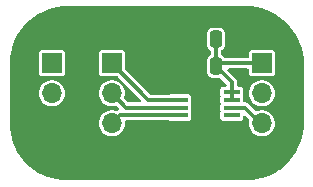
<source format=gbr>
%TF.GenerationSoftware,KiCad,Pcbnew,7.0.5*%
%TF.CreationDate,2024-01-10T20:01:03+02:00*%
%TF.ProjectId,Clock LTC6903,436c6f63-6b20-44c5-9443-363930332e6b,rev?*%
%TF.SameCoordinates,Original*%
%TF.FileFunction,Copper,L1,Top*%
%TF.FilePolarity,Positive*%
%FSLAX46Y46*%
G04 Gerber Fmt 4.6, Leading zero omitted, Abs format (unit mm)*
G04 Created by KiCad (PCBNEW 7.0.5) date 2024-01-10 20:01:03*
%MOMM*%
%LPD*%
G01*
G04 APERTURE LIST*
G04 Aperture macros list*
%AMRoundRect*
0 Rectangle with rounded corners*
0 $1 Rounding radius*
0 $2 $3 $4 $5 $6 $7 $8 $9 X,Y pos of 4 corners*
0 Add a 4 corners polygon primitive as box body*
4,1,4,$2,$3,$4,$5,$6,$7,$8,$9,$2,$3,0*
0 Add four circle primitives for the rounded corners*
1,1,$1+$1,$2,$3*
1,1,$1+$1,$4,$5*
1,1,$1+$1,$6,$7*
1,1,$1+$1,$8,$9*
0 Add four rect primitives between the rounded corners*
20,1,$1+$1,$2,$3,$4,$5,0*
20,1,$1+$1,$4,$5,$6,$7,0*
20,1,$1+$1,$6,$7,$8,$9,0*
20,1,$1+$1,$8,$9,$2,$3,0*%
G04 Aperture macros list end*
%TA.AperFunction,SMDPad,CuDef*%
%ADD10R,1.425000X0.450000*%
%TD*%
%TA.AperFunction,ComponentPad*%
%ADD11R,1.700000X1.700000*%
%TD*%
%TA.AperFunction,ComponentPad*%
%ADD12O,1.700000X1.700000*%
%TD*%
%TA.AperFunction,SMDPad,CuDef*%
%ADD13RoundRect,0.250000X0.250000X0.475000X-0.250000X0.475000X-0.250000X-0.475000X0.250000X-0.475000X0*%
%TD*%
%TA.AperFunction,Conductor*%
%ADD14C,0.380000*%
%TD*%
G04 APERTURE END LIST*
D10*
%TO.P,IC1,1,GND*%
%TO.N,/GND*%
X125116000Y-55794000D03*
%TO.P,IC1,2,SDI*%
%TO.N,/SDI*%
X125116000Y-56444000D03*
%TO.P,IC1,3,SCK*%
%TO.N,/SCK*%
X125116000Y-57094000D03*
%TO.P,IC1,4,~{SEN}*%
%TO.N,/~{SEN}*%
X125116000Y-57744000D03*
%TO.P,IC1,5,~{CLK}*%
%TO.N,unconnected-(IC1-~{CLK}-Pad5)*%
X129540000Y-57744000D03*
%TO.P,IC1,6,CLK*%
%TO.N,/CLK*%
X129540000Y-57094000D03*
%TO.P,IC1,7,OE*%
%TO.N,/3.3V*%
X129540000Y-56444000D03*
%TO.P,IC1,8,V+*%
X129540000Y-55794000D03*
%TD*%
D11*
%TO.P,J3,1,Pin_1*%
%TO.N,/SDI*%
X119380000Y-53340000D03*
D12*
%TO.P,J3,2,Pin_2*%
%TO.N,/SCK*%
X119380000Y-55880000D03*
%TO.P,J3,3,Pin_3*%
%TO.N,/~{SEN}*%
X119380000Y-58420000D03*
%TD*%
D13*
%TO.P,C2,1*%
%TO.N,/3.3V*%
X128188000Y-53594000D03*
%TO.P,C2,2*%
%TO.N,/GND*%
X126288000Y-53594000D03*
%TD*%
%TO.P,C1,1*%
%TO.N,/3.3V*%
X128188000Y-51308000D03*
%TO.P,C1,2*%
%TO.N,/GND*%
X126288000Y-51308000D03*
%TD*%
D11*
%TO.P,J1,1,Pin_1*%
%TO.N,/~{Reset}*%
X114300000Y-53340000D03*
D12*
%TO.P,J1,2,Pin_2*%
%TO.N,unconnected-(J1-Pin_2-Pad2)*%
X114300000Y-55880000D03*
%TO.P,J1,3,Pin_3*%
%TO.N,/GND*%
X114300000Y-58420000D03*
%TD*%
D11*
%TO.P,J2,1,Pin_1*%
%TO.N,/3.3V*%
X132080000Y-53340000D03*
D12*
%TO.P,J2,2,Pin_2*%
%TO.N,unconnected-(J2-Pin_2-Pad2)*%
X132080000Y-55880000D03*
%TO.P,J2,3,Pin_3*%
%TO.N,/CLK*%
X132080000Y-58420000D03*
%TD*%
D14*
%TO.N,/GND*%
X126288000Y-51308000D02*
X126288000Y-53594000D01*
X114300000Y-58420000D02*
X113060000Y-57180000D01*
X126288000Y-53594000D02*
X125116000Y-54766000D01*
X113060000Y-52167000D02*
X113919000Y-51308000D01*
X113060000Y-57180000D02*
X113060000Y-52167000D01*
X113919000Y-51308000D02*
X126288000Y-51308000D01*
X125116000Y-54766000D02*
X125116000Y-55794000D01*
%TO.N,/3.3V*%
X128442000Y-53340000D02*
X132080000Y-53340000D01*
X128188000Y-53594000D02*
X128188000Y-51308000D01*
X129540000Y-56444000D02*
X129540000Y-55794000D01*
X129540000Y-54946000D02*
X128188000Y-53594000D01*
X129540000Y-55794000D02*
X129540000Y-54946000D01*
%TO.N,/CLK*%
X130627000Y-57094000D02*
X131953000Y-58420000D01*
X129540000Y-57094000D02*
X130627000Y-57094000D01*
%TO.N,/SDI*%
X119380000Y-53340000D02*
X122484000Y-56444000D01*
X122484000Y-56444000D02*
X125116000Y-56444000D01*
%TO.N,/SCK*%
X125116000Y-57094000D02*
X120594000Y-57094000D01*
X120594000Y-57094000D02*
X119380000Y-55880000D01*
%TO.N,/~{SEN}*%
X120056000Y-57744000D02*
X119380000Y-58420000D01*
X125116000Y-57744000D02*
X120056000Y-57744000D01*
%TD*%
%TA.AperFunction,Conductor*%
%TO.N,/GND*%
G36*
X130811351Y-48510556D02*
G01*
X131228236Y-48528757D01*
X131233589Y-48529226D01*
X131645967Y-48583516D01*
X131651268Y-48584451D01*
X132057331Y-48674473D01*
X132062529Y-48675866D01*
X132459208Y-48800938D01*
X132464288Y-48802787D01*
X132485202Y-48811450D01*
X132848552Y-48961954D01*
X132853422Y-48964225D01*
X133222350Y-49156277D01*
X133227028Y-49158979D01*
X133577807Y-49382449D01*
X133582235Y-49385549D01*
X133912203Y-49638743D01*
X133916335Y-49642211D01*
X134079798Y-49791996D01*
X134222989Y-49923206D01*
X134226801Y-49927019D01*
X134395212Y-50110808D01*
X134507780Y-50233654D01*
X134511259Y-50237799D01*
X134764450Y-50567764D01*
X134767549Y-50572190D01*
X134991015Y-50922960D01*
X134993713Y-50927632D01*
X135185763Y-51296555D01*
X135188050Y-51301460D01*
X135347209Y-51685705D01*
X135349060Y-51690790D01*
X135474126Y-52087447D01*
X135475527Y-52092674D01*
X135565545Y-52498722D01*
X135566485Y-52504051D01*
X135620771Y-52916390D01*
X135621243Y-52921781D01*
X135639439Y-53338553D01*
X135639498Y-53341257D01*
X135639498Y-58418644D01*
X135639439Y-58421348D01*
X135621238Y-58838213D01*
X135620766Y-58843604D01*
X135566481Y-59255943D01*
X135565541Y-59261272D01*
X135475522Y-59667323D01*
X135474122Y-59672550D01*
X135349058Y-60069201D01*
X135347207Y-60074286D01*
X135188047Y-60458534D01*
X135185760Y-60463438D01*
X134993721Y-60832340D01*
X134991015Y-60837026D01*
X134767545Y-61187805D01*
X134764441Y-61192238D01*
X134511262Y-61522188D01*
X134507783Y-61526333D01*
X134226799Y-61832973D01*
X134222973Y-61836799D01*
X133916333Y-62117783D01*
X133912188Y-62121262D01*
X133582238Y-62374441D01*
X133577805Y-62377545D01*
X133227026Y-62601015D01*
X133222340Y-62603721D01*
X132853438Y-62795760D01*
X132848534Y-62798047D01*
X132464286Y-62957207D01*
X132459201Y-62959058D01*
X132062550Y-63084122D01*
X132057323Y-63085522D01*
X131651272Y-63175541D01*
X131645943Y-63176481D01*
X131233604Y-63230766D01*
X131228213Y-63231238D01*
X130811349Y-63249439D01*
X130808645Y-63249498D01*
X115571348Y-63249498D01*
X115568644Y-63249439D01*
X115151781Y-63231240D01*
X115146390Y-63230768D01*
X114734052Y-63176482D01*
X114728723Y-63175542D01*
X114322674Y-63085524D01*
X114317455Y-63084126D01*
X114060473Y-63003100D01*
X113920791Y-62959058D01*
X113915706Y-62957207D01*
X113694946Y-62865765D01*
X113531455Y-62798044D01*
X113526565Y-62795764D01*
X113157634Y-62603710D01*
X113152967Y-62601015D01*
X112802190Y-62377545D01*
X112797766Y-62374447D01*
X112763352Y-62348040D01*
X112467798Y-62121253D01*
X112463663Y-62117783D01*
X112157023Y-61836799D01*
X112153197Y-61832973D01*
X111872213Y-61526333D01*
X111868745Y-61522201D01*
X111615551Y-61192233D01*
X111612451Y-61187805D01*
X111388982Y-60837027D01*
X111386276Y-60832341D01*
X111194228Y-60463421D01*
X111191957Y-60458551D01*
X111032789Y-60074285D01*
X111030940Y-60069204D01*
X111030939Y-60069201D01*
X110905867Y-59672524D01*
X110904475Y-59667323D01*
X110814454Y-59261267D01*
X110813519Y-59255966D01*
X110759229Y-58843588D01*
X110758760Y-58838235D01*
X110740554Y-58421252D01*
X110740527Y-58420000D01*
X118274785Y-58420000D01*
X118293602Y-58623082D01*
X118349417Y-58819247D01*
X118349422Y-58819260D01*
X118440327Y-59001821D01*
X118563237Y-59164581D01*
X118713958Y-59301980D01*
X118713960Y-59301982D01*
X118813141Y-59363392D01*
X118887363Y-59409348D01*
X119077544Y-59483024D01*
X119278024Y-59520500D01*
X119278026Y-59520500D01*
X119481974Y-59520500D01*
X119481976Y-59520500D01*
X119682456Y-59483024D01*
X119872637Y-59409348D01*
X120046041Y-59301981D01*
X120196764Y-59164579D01*
X120319673Y-59001821D01*
X120410582Y-58819250D01*
X120466397Y-58623083D01*
X120485215Y-58420000D01*
X120475943Y-58319940D01*
X120489358Y-58251372D01*
X120537715Y-58200940D01*
X120599414Y-58184500D01*
X124237515Y-58184500D01*
X124294131Y-58201124D01*
X124294476Y-58200293D01*
X124302211Y-58203497D01*
X124304554Y-58204185D01*
X124305727Y-58204953D01*
X124305759Y-58204966D01*
X124378821Y-58219499D01*
X124378824Y-58219500D01*
X124378826Y-58219500D01*
X125853176Y-58219500D01*
X125853177Y-58219499D01*
X125926240Y-58204966D01*
X126009101Y-58149601D01*
X126064466Y-58066740D01*
X126079000Y-57993674D01*
X126079000Y-57494326D01*
X126068828Y-57443188D01*
X126068828Y-57394810D01*
X126079000Y-57343674D01*
X126079000Y-56844326D01*
X126079000Y-56844325D01*
X126079000Y-56844323D01*
X126078999Y-56844321D01*
X126068829Y-56793190D01*
X126068829Y-56744807D01*
X126079000Y-56693676D01*
X126079000Y-56194323D01*
X126078999Y-56194321D01*
X126064467Y-56121264D01*
X126064466Y-56121260D01*
X126038957Y-56083083D01*
X126009101Y-56038399D01*
X125933234Y-55987707D01*
X125926239Y-55983033D01*
X125926235Y-55983032D01*
X125853177Y-55968500D01*
X125853174Y-55968500D01*
X124378826Y-55968500D01*
X124378823Y-55968500D01*
X124305759Y-55983033D01*
X124294476Y-55987707D01*
X124293973Y-55986494D01*
X124239731Y-56003480D01*
X124237515Y-56003500D01*
X122717823Y-56003500D01*
X122650784Y-55983815D01*
X122630142Y-55967181D01*
X120779832Y-54116870D01*
X127437500Y-54116870D01*
X127437501Y-54116876D01*
X127443908Y-54176483D01*
X127494202Y-54311328D01*
X127494206Y-54311335D01*
X127580452Y-54426544D01*
X127580455Y-54426547D01*
X127695664Y-54512793D01*
X127695671Y-54512797D01*
X127740618Y-54529561D01*
X127830517Y-54563091D01*
X127890127Y-54569500D01*
X128485872Y-54569499D01*
X128489176Y-54569499D01*
X128556215Y-54589183D01*
X128576857Y-54605818D01*
X129063181Y-55092141D01*
X129096666Y-55153464D01*
X129099500Y-55179822D01*
X129099500Y-55194500D01*
X129079815Y-55261539D01*
X129027011Y-55307294D01*
X128975500Y-55318500D01*
X128802823Y-55318500D01*
X128729764Y-55333032D01*
X128729760Y-55333033D01*
X128646899Y-55388399D01*
X128591533Y-55471260D01*
X128591532Y-55471264D01*
X128577000Y-55544321D01*
X128577000Y-56043676D01*
X128587171Y-56094807D01*
X128587171Y-56143190D01*
X128577000Y-56194321D01*
X128577000Y-56693676D01*
X128587171Y-56744807D01*
X128587171Y-56793190D01*
X128577000Y-56844321D01*
X128577000Y-57343673D01*
X128587171Y-57394810D01*
X128587171Y-57443190D01*
X128577000Y-57494326D01*
X128577000Y-57993678D01*
X128591532Y-58066735D01*
X128591533Y-58066739D01*
X128591534Y-58066740D01*
X128646899Y-58149601D01*
X128699130Y-58184500D01*
X128729760Y-58204966D01*
X128729764Y-58204967D01*
X128802821Y-58219499D01*
X128802824Y-58219500D01*
X128802826Y-58219500D01*
X130277176Y-58219500D01*
X130277177Y-58219499D01*
X130350240Y-58204966D01*
X130433101Y-58149601D01*
X130488466Y-58066740D01*
X130503000Y-57993674D01*
X130503000Y-57892323D01*
X130522685Y-57825284D01*
X130575489Y-57779529D01*
X130644647Y-57769585D01*
X130708203Y-57798610D01*
X130714681Y-57804642D01*
X130971614Y-58061575D01*
X131005099Y-58122898D01*
X131003199Y-58183190D01*
X130993603Y-58216914D01*
X130993602Y-58216917D01*
X130974785Y-58419999D01*
X130974785Y-58420000D01*
X130993602Y-58623082D01*
X131049417Y-58819247D01*
X131049422Y-58819260D01*
X131140327Y-59001821D01*
X131263237Y-59164581D01*
X131413958Y-59301980D01*
X131413960Y-59301982D01*
X131513141Y-59363392D01*
X131587363Y-59409348D01*
X131777544Y-59483024D01*
X131978024Y-59520500D01*
X131978026Y-59520500D01*
X132181974Y-59520500D01*
X132181976Y-59520500D01*
X132382456Y-59483024D01*
X132572637Y-59409348D01*
X132746041Y-59301981D01*
X132896764Y-59164579D01*
X133019673Y-59001821D01*
X133110582Y-58819250D01*
X133166397Y-58623083D01*
X133185215Y-58420000D01*
X133175943Y-58319942D01*
X133166397Y-58216917D01*
X133139646Y-58122898D01*
X133110582Y-58020750D01*
X133019673Y-57838179D01*
X132896764Y-57675421D01*
X132896762Y-57675418D01*
X132746041Y-57538019D01*
X132746039Y-57538017D01*
X132572642Y-57430655D01*
X132572635Y-57430651D01*
X132446137Y-57381646D01*
X132382456Y-57356976D01*
X132181976Y-57319500D01*
X131978024Y-57319500D01*
X131777544Y-57356976D01*
X131777542Y-57356976D01*
X131777540Y-57356977D01*
X131662164Y-57401674D01*
X131592540Y-57407536D01*
X131530800Y-57374826D01*
X131529689Y-57373728D01*
X130958443Y-56802482D01*
X130953806Y-56797294D01*
X130933045Y-56771260D01*
X130930001Y-56767443D01*
X130930000Y-56767442D01*
X130929999Y-56767441D01*
X130882893Y-56735324D01*
X130881003Y-56733983D01*
X130852605Y-56713025D01*
X130835157Y-56700148D01*
X130835155Y-56700147D01*
X130827794Y-56696256D01*
X130820284Y-56692639D01*
X130765818Y-56675839D01*
X130763615Y-56675114D01*
X130709819Y-56656289D01*
X130701640Y-56654741D01*
X130693399Y-56653500D01*
X130693395Y-56653500D01*
X130636402Y-56653500D01*
X130634080Y-56653456D01*
X130622355Y-56653017D01*
X130556100Y-56630835D01*
X130512355Y-56576354D01*
X130503000Y-56529104D01*
X130503000Y-56194323D01*
X130502999Y-56194321D01*
X130492829Y-56143190D01*
X130492829Y-56094807D01*
X130503000Y-56043676D01*
X130503000Y-55880000D01*
X130974785Y-55880000D01*
X130993602Y-56083082D01*
X131049417Y-56279247D01*
X131049422Y-56279260D01*
X131140327Y-56461821D01*
X131263237Y-56624581D01*
X131413958Y-56761980D01*
X131413960Y-56761982D01*
X131475388Y-56800016D01*
X131587363Y-56869348D01*
X131777544Y-56943024D01*
X131978024Y-56980500D01*
X131978026Y-56980500D01*
X132181974Y-56980500D01*
X132181976Y-56980500D01*
X132382456Y-56943024D01*
X132572637Y-56869348D01*
X132746041Y-56761981D01*
X132886633Y-56633815D01*
X132896762Y-56624581D01*
X132896764Y-56624579D01*
X133019673Y-56461821D01*
X133110582Y-56279250D01*
X133166397Y-56083083D01*
X133185215Y-55880000D01*
X133166397Y-55676917D01*
X133110582Y-55480750D01*
X133019673Y-55298179D01*
X132930294Y-55179822D01*
X132896762Y-55135418D01*
X132746041Y-54998019D01*
X132746039Y-54998017D01*
X132572642Y-54890655D01*
X132572635Y-54890651D01*
X132477546Y-54853814D01*
X132382456Y-54816976D01*
X132181976Y-54779500D01*
X131978024Y-54779500D01*
X131777544Y-54816976D01*
X131777541Y-54816976D01*
X131777541Y-54816977D01*
X131587364Y-54890651D01*
X131587357Y-54890655D01*
X131413960Y-54998017D01*
X131413958Y-54998019D01*
X131263237Y-55135418D01*
X131140327Y-55298178D01*
X131049422Y-55480739D01*
X131049417Y-55480752D01*
X130993602Y-55676917D01*
X130974785Y-55879999D01*
X130974785Y-55880000D01*
X130503000Y-55880000D01*
X130503000Y-55544323D01*
X130502999Y-55544321D01*
X130488467Y-55471264D01*
X130488466Y-55471260D01*
X130433101Y-55388399D01*
X130350240Y-55333034D01*
X130350239Y-55333033D01*
X130350235Y-55333032D01*
X130277177Y-55318500D01*
X130277174Y-55318500D01*
X130104500Y-55318500D01*
X130037461Y-55298815D01*
X129991706Y-55246011D01*
X129980500Y-55194501D01*
X129980500Y-55092141D01*
X129980500Y-54974210D01*
X129980887Y-54967309D01*
X129985165Y-54929344D01*
X129974556Y-54873279D01*
X129974177Y-54871040D01*
X129966029Y-54816977D01*
X129965685Y-54814694D01*
X129965684Y-54814691D01*
X129963231Y-54806738D01*
X129960479Y-54798875D01*
X129960478Y-54798869D01*
X129933841Y-54748470D01*
X129932808Y-54746423D01*
X129908068Y-54695050D01*
X129903403Y-54688207D01*
X129898428Y-54681467D01*
X129858121Y-54641160D01*
X129856539Y-54639517D01*
X129817750Y-54597713D01*
X129810482Y-54591917D01*
X129811017Y-54591245D01*
X129798926Y-54581965D01*
X129209142Y-53992181D01*
X129175657Y-53930858D01*
X129180641Y-53861166D01*
X129222513Y-53805233D01*
X129287977Y-53780816D01*
X129296823Y-53780500D01*
X130855500Y-53780500D01*
X130922539Y-53800185D01*
X130968294Y-53852989D01*
X130979500Y-53904500D01*
X130979500Y-54214678D01*
X130994032Y-54287735D01*
X130994033Y-54287739D01*
X130994034Y-54287740D01*
X131049399Y-54370601D01*
X131132260Y-54425965D01*
X131132260Y-54425966D01*
X131132264Y-54425967D01*
X131205321Y-54440499D01*
X131205324Y-54440500D01*
X131205326Y-54440500D01*
X132954676Y-54440500D01*
X132954677Y-54440499D01*
X133027740Y-54425966D01*
X133110601Y-54370601D01*
X133165966Y-54287740D01*
X133180500Y-54214674D01*
X133180500Y-52465326D01*
X133180500Y-52465325D01*
X133180500Y-52465323D01*
X133180499Y-52465321D01*
X133165967Y-52392264D01*
X133165966Y-52392260D01*
X133122806Y-52327666D01*
X133110601Y-52309399D01*
X133055234Y-52272405D01*
X133027739Y-52254033D01*
X133027735Y-52254032D01*
X132954677Y-52239500D01*
X132954674Y-52239500D01*
X131205326Y-52239500D01*
X131205323Y-52239500D01*
X131132264Y-52254032D01*
X131132260Y-52254033D01*
X131049399Y-52309399D01*
X130994033Y-52392260D01*
X130994032Y-52392264D01*
X130979500Y-52465321D01*
X130979500Y-52775500D01*
X130959815Y-52842539D01*
X130907011Y-52888294D01*
X130855500Y-52899500D01*
X128960957Y-52899500D01*
X128893918Y-52879815D01*
X128861691Y-52849811D01*
X128795547Y-52761455D01*
X128678188Y-52673599D01*
X128636318Y-52617665D01*
X128628500Y-52574333D01*
X128628500Y-52327666D01*
X128648185Y-52260627D01*
X128678189Y-52228399D01*
X128680329Y-52226796D01*
X128680331Y-52226796D01*
X128795546Y-52140546D01*
X128881796Y-52025331D01*
X128932091Y-51890483D01*
X128938500Y-51830873D01*
X128938499Y-50785128D01*
X128932091Y-50725517D01*
X128888655Y-50609060D01*
X128881797Y-50590671D01*
X128881793Y-50590664D01*
X128795547Y-50475455D01*
X128795544Y-50475452D01*
X128680335Y-50389206D01*
X128680328Y-50389202D01*
X128545486Y-50338910D01*
X128545485Y-50338909D01*
X128545483Y-50338909D01*
X128485873Y-50332500D01*
X128485863Y-50332500D01*
X127890129Y-50332500D01*
X127890123Y-50332501D01*
X127830516Y-50338908D01*
X127695671Y-50389202D01*
X127695664Y-50389206D01*
X127580455Y-50475452D01*
X127580452Y-50475455D01*
X127494206Y-50590664D01*
X127494202Y-50590671D01*
X127443908Y-50725517D01*
X127437501Y-50785116D01*
X127437501Y-50785123D01*
X127437500Y-50785135D01*
X127437500Y-51830870D01*
X127437501Y-51830876D01*
X127443908Y-51890483D01*
X127494202Y-52025328D01*
X127494206Y-52025335D01*
X127544617Y-52092674D01*
X127580454Y-52140546D01*
X127695669Y-52226796D01*
X127695670Y-52226796D01*
X127697811Y-52228399D01*
X127739682Y-52284333D01*
X127747500Y-52327666D01*
X127747500Y-52574333D01*
X127727815Y-52641372D01*
X127697812Y-52673599D01*
X127580452Y-52761455D01*
X127494206Y-52876664D01*
X127494202Y-52876671D01*
X127443908Y-53011517D01*
X127437501Y-53071116D01*
X127437500Y-53071135D01*
X127437500Y-54116870D01*
X120779832Y-54116870D01*
X120516819Y-53853857D01*
X120483334Y-53792534D01*
X120480500Y-53766176D01*
X120480500Y-52465323D01*
X120480499Y-52465321D01*
X120465967Y-52392264D01*
X120465966Y-52392260D01*
X120422806Y-52327666D01*
X120410601Y-52309399D01*
X120355234Y-52272405D01*
X120327739Y-52254033D01*
X120327735Y-52254032D01*
X120254677Y-52239500D01*
X120254674Y-52239500D01*
X118505326Y-52239500D01*
X118505323Y-52239500D01*
X118432264Y-52254032D01*
X118432260Y-52254033D01*
X118349399Y-52309399D01*
X118294033Y-52392260D01*
X118294032Y-52392264D01*
X118279500Y-52465321D01*
X118279500Y-54214678D01*
X118294032Y-54287735D01*
X118294033Y-54287739D01*
X118294034Y-54287740D01*
X118349399Y-54370601D01*
X118432260Y-54425966D01*
X118432264Y-54425967D01*
X118505321Y-54440499D01*
X118505324Y-54440500D01*
X118505326Y-54440500D01*
X119806177Y-54440500D01*
X119873216Y-54460185D01*
X119893858Y-54476819D01*
X121858858Y-56441819D01*
X121892343Y-56503142D01*
X121887359Y-56572834D01*
X121845487Y-56628767D01*
X121780023Y-56653184D01*
X121771177Y-56653500D01*
X120827823Y-56653500D01*
X120760784Y-56633815D01*
X120740142Y-56617181D01*
X120460255Y-56337294D01*
X120426770Y-56275971D01*
X120428670Y-56215679D01*
X120455533Y-56121264D01*
X120466397Y-56083083D01*
X120485215Y-55880000D01*
X120466397Y-55676917D01*
X120410582Y-55480750D01*
X120319673Y-55298179D01*
X120230294Y-55179822D01*
X120196762Y-55135418D01*
X120046041Y-54998019D01*
X120046039Y-54998017D01*
X119872642Y-54890655D01*
X119872635Y-54890651D01*
X119777546Y-54853814D01*
X119682456Y-54816976D01*
X119481976Y-54779500D01*
X119278024Y-54779500D01*
X119077544Y-54816976D01*
X119077541Y-54816976D01*
X119077541Y-54816977D01*
X118887364Y-54890651D01*
X118887357Y-54890655D01*
X118713960Y-54998017D01*
X118713958Y-54998019D01*
X118563237Y-55135418D01*
X118440327Y-55298178D01*
X118349422Y-55480739D01*
X118349417Y-55480752D01*
X118293602Y-55676917D01*
X118274785Y-55879999D01*
X118274785Y-55880000D01*
X118293602Y-56083082D01*
X118349417Y-56279247D01*
X118349422Y-56279260D01*
X118440327Y-56461821D01*
X118563237Y-56624581D01*
X118713958Y-56761980D01*
X118713960Y-56761982D01*
X118775388Y-56800016D01*
X118887363Y-56869348D01*
X119077544Y-56943024D01*
X119278024Y-56980500D01*
X119278026Y-56980500D01*
X119481974Y-56980500D01*
X119481976Y-56980500D01*
X119682456Y-56943024D01*
X119706297Y-56933787D01*
X119775915Y-56927923D01*
X119837656Y-56960631D01*
X119838771Y-56961732D01*
X119986215Y-57109176D01*
X120019700Y-57170499D01*
X120014716Y-57240191D01*
X119972844Y-57296124D01*
X119932743Y-57312902D01*
X119933569Y-57315578D01*
X119916753Y-57320763D01*
X119908869Y-57323522D01*
X119908868Y-57323523D01*
X119908866Y-57323523D01*
X119908866Y-57323524D01*
X119858499Y-57350142D01*
X119856431Y-57351186D01*
X119820661Y-57368413D01*
X119751719Y-57379765D01*
X119722065Y-57372320D01*
X119682461Y-57356977D01*
X119682456Y-57356976D01*
X119481976Y-57319500D01*
X119278024Y-57319500D01*
X119077544Y-57356976D01*
X119077541Y-57356976D01*
X119077541Y-57356977D01*
X118887364Y-57430651D01*
X118887357Y-57430655D01*
X118713960Y-57538017D01*
X118713958Y-57538019D01*
X118563237Y-57675418D01*
X118440327Y-57838178D01*
X118349422Y-58020739D01*
X118349417Y-58020752D01*
X118293602Y-58216917D01*
X118274785Y-58419999D01*
X118274785Y-58420000D01*
X110740527Y-58420000D01*
X110740496Y-58418563D01*
X110740496Y-58375830D01*
X110740496Y-57170499D01*
X110740496Y-55880000D01*
X113194785Y-55880000D01*
X113213602Y-56083082D01*
X113269417Y-56279247D01*
X113269422Y-56279260D01*
X113360327Y-56461821D01*
X113483237Y-56624581D01*
X113633958Y-56761980D01*
X113633960Y-56761982D01*
X113695388Y-56800016D01*
X113807363Y-56869348D01*
X113997544Y-56943024D01*
X114198024Y-56980500D01*
X114198026Y-56980500D01*
X114401974Y-56980500D01*
X114401976Y-56980500D01*
X114602456Y-56943024D01*
X114792637Y-56869348D01*
X114966041Y-56761981D01*
X115106633Y-56633815D01*
X115116762Y-56624581D01*
X115116764Y-56624579D01*
X115239673Y-56461821D01*
X115330582Y-56279250D01*
X115386397Y-56083083D01*
X115405215Y-55880000D01*
X115386397Y-55676917D01*
X115330582Y-55480750D01*
X115239673Y-55298179D01*
X115150294Y-55179822D01*
X115116762Y-55135418D01*
X114966041Y-54998019D01*
X114966039Y-54998017D01*
X114792642Y-54890655D01*
X114792635Y-54890651D01*
X114697546Y-54853814D01*
X114602456Y-54816976D01*
X114401976Y-54779500D01*
X114198024Y-54779500D01*
X113997544Y-54816976D01*
X113997541Y-54816976D01*
X113997541Y-54816977D01*
X113807364Y-54890651D01*
X113807357Y-54890655D01*
X113633960Y-54998017D01*
X113633958Y-54998019D01*
X113483237Y-55135418D01*
X113360327Y-55298178D01*
X113269422Y-55480739D01*
X113269417Y-55480752D01*
X113213602Y-55676917D01*
X113194785Y-55879999D01*
X113194785Y-55880000D01*
X110740496Y-55880000D01*
X110740497Y-54214678D01*
X113199500Y-54214678D01*
X113214032Y-54287735D01*
X113214033Y-54287739D01*
X113214034Y-54287740D01*
X113269399Y-54370601D01*
X113352260Y-54425966D01*
X113352264Y-54425967D01*
X113425321Y-54440499D01*
X113425324Y-54440500D01*
X113425326Y-54440500D01*
X115174676Y-54440500D01*
X115174677Y-54440499D01*
X115247740Y-54425966D01*
X115330601Y-54370601D01*
X115385966Y-54287740D01*
X115400500Y-54214674D01*
X115400500Y-52465326D01*
X115400499Y-52465325D01*
X115400500Y-52465323D01*
X115400499Y-52465321D01*
X115385967Y-52392264D01*
X115385966Y-52392260D01*
X115342806Y-52327666D01*
X115330601Y-52309399D01*
X115275234Y-52272405D01*
X115247739Y-52254033D01*
X115247735Y-52254032D01*
X115174677Y-52239500D01*
X115174674Y-52239500D01*
X113425326Y-52239500D01*
X113425323Y-52239500D01*
X113352264Y-52254032D01*
X113352260Y-52254033D01*
X113269399Y-52309399D01*
X113214033Y-52392260D01*
X113214032Y-52392264D01*
X113199500Y-52465321D01*
X113199500Y-54214678D01*
X110740497Y-54214678D01*
X110740497Y-53341303D01*
X110740554Y-53338691D01*
X110758758Y-52921759D01*
X110759227Y-52916410D01*
X110813516Y-52504038D01*
X110814454Y-52498726D01*
X110904475Y-52092671D01*
X110905869Y-52087464D01*
X111030942Y-51690782D01*
X111032778Y-51685737D01*
X111191956Y-51301445D01*
X111194223Y-51296584D01*
X111386296Y-50927616D01*
X111388969Y-50922987D01*
X111612460Y-50572177D01*
X111615539Y-50567779D01*
X111868753Y-50237784D01*
X111872213Y-50233663D01*
X112153197Y-49927023D01*
X112157023Y-49923197D01*
X112463663Y-49642213D01*
X112467784Y-49638753D01*
X112797779Y-49385539D01*
X112802177Y-49382460D01*
X113152987Y-49158969D01*
X113157616Y-49156296D01*
X113526584Y-48964223D01*
X113531445Y-48961956D01*
X113915737Y-48802778D01*
X113920782Y-48800942D01*
X114317464Y-48675869D01*
X114322671Y-48674475D01*
X114728726Y-48584454D01*
X114734038Y-48583516D01*
X115146410Y-48529227D01*
X115151759Y-48528758D01*
X115568646Y-48510557D01*
X115571351Y-48510498D01*
X115665522Y-48510498D01*
X115665531Y-48510497D01*
X130808647Y-48510497D01*
X130811351Y-48510556D01*
G37*
%TD.AperFunction*%
%TD*%
M02*

</source>
